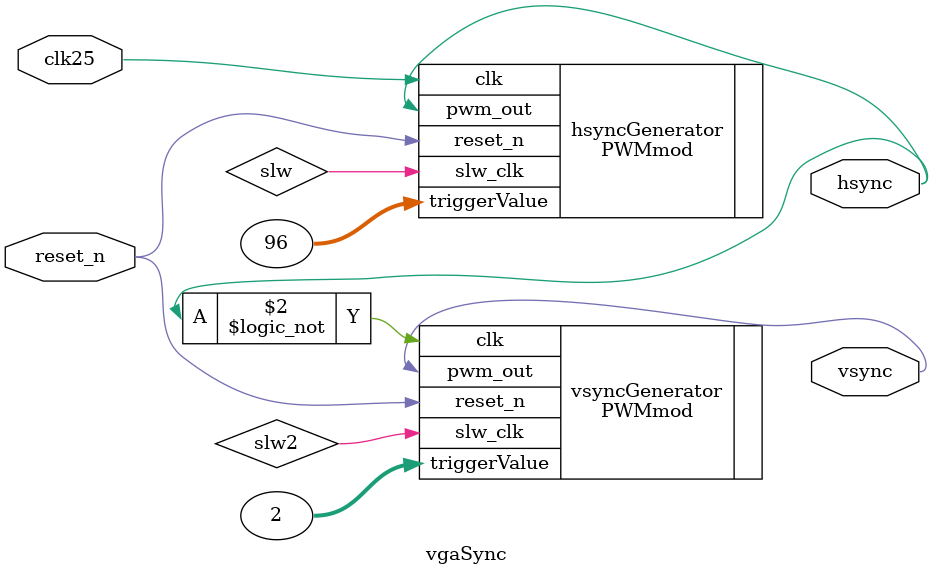
<source format=sv>
`timescale 1ns / 1ps


module vgaSync(
    output hsync,
    output vsync,
    input clk25,
    input reset_n
    );

logic slw;
logic slw2;
PWMmod #($ceil($clog2(800)),800,0) hsyncGenerator (
.clk(clk25),
.reset_n(reset_n),
.triggerValue(96),
.pwm_out(hsync),
.slw_clk(slw)
);

PWMmod #($ceil($clog2(525)),525,0) vsyncGenerator (
.clk(!hsync),
.reset_n(reset_n),
.triggerValue(2),
.pwm_out(vsync),
.slw_clk(slw2)
);

//always_ff @(posedge clk25,negedge reset_n)
//begin
//    if(!reset_n) begin
//        pixel = 0;
//    end else begin
//        if(vsync == 0) begin
//            pixel = 0;
//        end else if (vsync & hsync) begin
//            pixel += 1;
//        end
//    end
//end


endmodule

</source>
